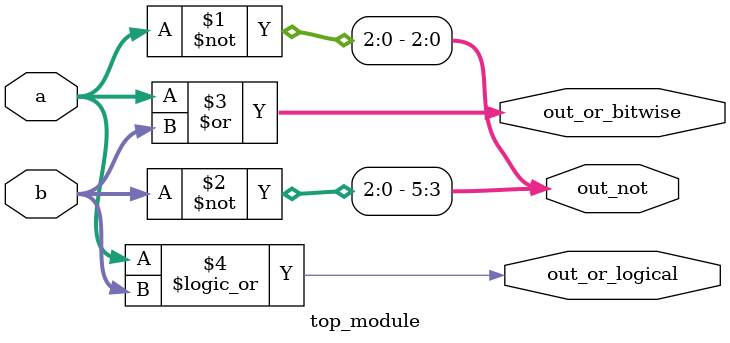
<source format=v>
module top_module( 
    input [2:0] a,
    input [2:0] b,
    output [2:0] out_or_bitwise,
    output out_or_logical,
    output [5:0] out_not
);
	
    assign out_not = {~b , ~a};
    assign out_or_bitwise = a | b;
    assign out_or_logical = a || b;
    
endmodule

</source>
